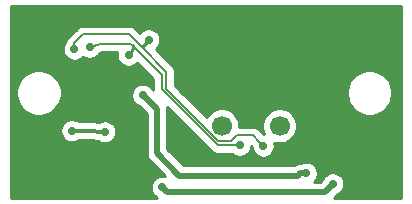
<source format=gbl>
G04 #@! TF.GenerationSoftware,KiCad,Pcbnew,5.1.9-73d0e3b20d~88~ubuntu18.04.1*
G04 #@! TF.CreationDate,2021-03-21T21:22:27-07:00*
G04 #@! TF.ProjectId,accelgyro_mpu6050_d2r2,61636365-6c67-4797-926f-5f6d70753630,rev?*
G04 #@! TF.SameCoordinates,Original*
G04 #@! TF.FileFunction,Copper,L2,Bot*
G04 #@! TF.FilePolarity,Positive*
%FSLAX46Y46*%
G04 Gerber Fmt 4.6, Leading zero omitted, Abs format (unit mm)*
G04 Created by KiCad (PCBNEW 5.1.9-73d0e3b20d~88~ubuntu18.04.1) date 2021-03-21 21:22:27*
%MOMM*%
%LPD*%
G01*
G04 APERTURE LIST*
G04 #@! TA.AperFunction,ComponentPad*
%ADD10C,0.600000*%
G04 #@! TD*
G04 #@! TA.AperFunction,SMDPad,CuDef*
%ADD11R,2.499360X2.499360*%
G04 #@! TD*
G04 #@! TA.AperFunction,WasherPad*
%ADD12C,1.700000*%
G04 #@! TD*
G04 #@! TA.AperFunction,ViaPad*
%ADD13C,0.700000*%
G04 #@! TD*
G04 #@! TA.AperFunction,Conductor*
%ADD14C,0.200000*%
G04 #@! TD*
G04 #@! TA.AperFunction,Conductor*
%ADD15C,0.250000*%
G04 #@! TD*
G04 #@! TA.AperFunction,Conductor*
%ADD16C,0.300000*%
G04 #@! TD*
G04 #@! TA.AperFunction,Conductor*
%ADD17C,0.500000*%
G04 #@! TD*
G04 #@! TA.AperFunction,Conductor*
%ADD18C,0.254000*%
G04 #@! TD*
G04 #@! TA.AperFunction,Conductor*
%ADD19C,0.150000*%
G04 #@! TD*
G04 APERTURE END LIST*
D10*
X143000000Y-100000000D03*
X143762000Y-99238000D03*
X142238000Y-99238000D03*
X143762000Y-100762000D03*
X142238000Y-100762000D03*
D11*
X143000000Y-100000000D03*
D12*
X153500000Y-102800000D03*
X158400000Y-102800000D03*
D13*
X155000000Y-104450000D03*
X142300000Y-96150000D03*
X145600000Y-96800000D03*
X157000000Y-104500000D03*
X141000000Y-96300000D03*
X147320000Y-95504000D03*
X146800000Y-100200000D03*
X143600000Y-103300000D03*
X140800000Y-103200000D03*
X160650000Y-106800000D03*
X148450000Y-108000000D03*
X162900000Y-107700000D03*
D14*
X153150000Y-104450000D02*
X155000000Y-104450000D01*
X142300000Y-96150000D02*
X143300000Y-95850000D01*
X148400000Y-98500000D02*
X148400000Y-99700000D01*
X148400000Y-99700000D02*
X153150000Y-104450000D01*
X143300000Y-95850000D02*
X145750000Y-95850000D01*
X145750000Y-95850000D02*
X145854000Y-95954000D01*
X145854000Y-95954000D02*
X148400000Y-98500000D01*
D15*
X146050000Y-96150000D02*
X145854000Y-95954000D01*
X145600000Y-96800000D02*
X146050000Y-96150000D01*
D14*
X157000000Y-104500000D02*
X156650001Y-104150001D01*
X156650001Y-104150001D02*
X156100000Y-103600000D01*
X156100000Y-103600000D02*
X154750000Y-103600000D01*
X154750000Y-103600000D02*
X154300000Y-104050000D01*
X154300000Y-104050000D02*
X153200000Y-104050000D01*
X153200000Y-104050000D02*
X148800000Y-99650000D01*
X148800000Y-99650000D02*
X148800000Y-98200000D01*
X145650000Y-95050000D02*
X141750000Y-95050000D01*
X141750000Y-95050000D02*
X141000000Y-95800000D01*
X141000000Y-95800000D02*
X141000000Y-96300000D01*
X148800000Y-98200000D02*
X146712000Y-96112000D01*
D15*
X147320000Y-95504000D02*
X146712000Y-96112000D01*
D14*
X146712000Y-96112000D02*
X145650000Y-95050000D01*
D16*
X142900000Y-103300000D02*
X143600000Y-103300000D01*
X142800000Y-103200000D02*
X142900000Y-103300000D01*
X140800000Y-103200000D02*
X142800000Y-103200000D01*
D17*
X160155026Y-106800000D02*
X159955026Y-107000000D01*
X160650000Y-106800000D02*
X160155026Y-106800000D01*
X159955026Y-107000000D02*
X149900000Y-107000000D01*
X149900000Y-107000000D02*
X148000000Y-105100000D01*
X148000000Y-101400000D02*
X146800000Y-100200000D01*
X148000000Y-105100000D02*
X148000000Y-101400000D01*
X148450000Y-108000000D02*
X148850000Y-108400000D01*
X148850000Y-108400000D02*
X162200000Y-108400000D01*
X162200000Y-108400000D02*
X162900000Y-107700000D01*
D18*
X168673000Y-108873000D02*
X162967265Y-108873000D01*
X163212005Y-108628260D01*
X163362783Y-108565806D01*
X163522801Y-108458885D01*
X163658885Y-108322801D01*
X163765806Y-108162783D01*
X163839454Y-107984980D01*
X163877000Y-107796226D01*
X163877000Y-107603774D01*
X163839454Y-107415020D01*
X163765806Y-107237217D01*
X163658885Y-107077199D01*
X163522801Y-106941115D01*
X163362783Y-106834194D01*
X163184980Y-106760546D01*
X162996226Y-106723000D01*
X162803774Y-106723000D01*
X162615020Y-106760546D01*
X162437217Y-106834194D01*
X162277199Y-106941115D01*
X162141115Y-107077199D01*
X162034194Y-107237217D01*
X161971740Y-107387995D01*
X161836735Y-107523000D01*
X161308686Y-107523000D01*
X161408885Y-107422801D01*
X161515806Y-107262783D01*
X161589454Y-107084980D01*
X161627000Y-106896226D01*
X161627000Y-106703774D01*
X161589454Y-106515020D01*
X161515806Y-106337217D01*
X161408885Y-106177199D01*
X161272801Y-106041115D01*
X161112783Y-105934194D01*
X160934980Y-105860546D01*
X160746226Y-105823000D01*
X160553774Y-105823000D01*
X160365020Y-105860546D01*
X160214242Y-105923000D01*
X160198105Y-105923000D01*
X160155026Y-105918757D01*
X159983103Y-105935690D01*
X159817789Y-105985838D01*
X159665434Y-106067273D01*
X159597530Y-106123000D01*
X150263266Y-106123000D01*
X148877000Y-104736735D01*
X148877000Y-101443069D01*
X148881242Y-101399999D01*
X148877000Y-101356930D01*
X148877000Y-101356921D01*
X148864310Y-101228078D01*
X148848793Y-101176925D01*
X152610679Y-104938812D01*
X152633446Y-104966554D01*
X152744147Y-105057403D01*
X152870443Y-105124910D01*
X153007483Y-105166480D01*
X153114292Y-105177000D01*
X153114294Y-105177000D01*
X153149999Y-105180517D01*
X153185705Y-105177000D01*
X154345314Y-105177000D01*
X154377199Y-105208885D01*
X154537217Y-105315806D01*
X154715020Y-105389454D01*
X154903774Y-105427000D01*
X155096226Y-105427000D01*
X155284980Y-105389454D01*
X155462783Y-105315806D01*
X155622801Y-105208885D01*
X155758885Y-105072801D01*
X155865806Y-104912783D01*
X155939454Y-104734980D01*
X155977000Y-104546226D01*
X155977000Y-104505133D01*
X156023000Y-104551134D01*
X156023000Y-104596226D01*
X156060546Y-104784980D01*
X156134194Y-104962783D01*
X156241115Y-105122801D01*
X156377199Y-105258885D01*
X156537217Y-105365806D01*
X156715020Y-105439454D01*
X156903774Y-105477000D01*
X157096226Y-105477000D01*
X157284980Y-105439454D01*
X157462783Y-105365806D01*
X157622801Y-105258885D01*
X157758885Y-105122801D01*
X157865806Y-104962783D01*
X157939454Y-104784980D01*
X157977000Y-104596226D01*
X157977000Y-104403774D01*
X157939454Y-104215020D01*
X157935909Y-104206461D01*
X157969175Y-104220240D01*
X158254528Y-104277000D01*
X158545472Y-104277000D01*
X158830825Y-104220240D01*
X159099622Y-104108901D01*
X159341533Y-103947261D01*
X159547261Y-103741533D01*
X159708901Y-103499622D01*
X159820240Y-103230825D01*
X159877000Y-102945472D01*
X159877000Y-102654528D01*
X159820240Y-102369175D01*
X159708901Y-102100378D01*
X159547261Y-101858467D01*
X159341533Y-101652739D01*
X159099622Y-101491099D01*
X158830825Y-101379760D01*
X158545472Y-101323000D01*
X158254528Y-101323000D01*
X157969175Y-101379760D01*
X157700378Y-101491099D01*
X157458467Y-101652739D01*
X157252739Y-101858467D01*
X157091099Y-102100378D01*
X156979760Y-102369175D01*
X156923000Y-102654528D01*
X156923000Y-102945472D01*
X156979760Y-103230825D01*
X157091099Y-103499622D01*
X157108328Y-103525407D01*
X157096226Y-103523000D01*
X157051134Y-103523000D01*
X156639325Y-103111193D01*
X156616554Y-103083446D01*
X156505853Y-102992597D01*
X156379557Y-102925090D01*
X156242517Y-102883520D01*
X156135708Y-102873000D01*
X156100000Y-102869483D01*
X156064292Y-102873000D01*
X154977000Y-102873000D01*
X154977000Y-102654528D01*
X154920240Y-102369175D01*
X154808901Y-102100378D01*
X154647261Y-101858467D01*
X154441533Y-101652739D01*
X154199622Y-101491099D01*
X153930825Y-101379760D01*
X153645472Y-101323000D01*
X153354528Y-101323000D01*
X153069175Y-101379760D01*
X152800378Y-101491099D01*
X152558467Y-101652739D01*
X152352739Y-101858467D01*
X152226111Y-102047978D01*
X149988340Y-99810207D01*
X164073000Y-99810207D01*
X164073000Y-100189793D01*
X164147053Y-100562085D01*
X164292315Y-100912777D01*
X164503201Y-101228391D01*
X164771609Y-101496799D01*
X165087223Y-101707685D01*
X165437915Y-101852947D01*
X165810207Y-101927000D01*
X166189793Y-101927000D01*
X166562085Y-101852947D01*
X166912777Y-101707685D01*
X167228391Y-101496799D01*
X167496799Y-101228391D01*
X167707685Y-100912777D01*
X167852947Y-100562085D01*
X167927000Y-100189793D01*
X167927000Y-99810207D01*
X167852947Y-99437915D01*
X167707685Y-99087223D01*
X167496799Y-98771609D01*
X167228391Y-98503201D01*
X166912777Y-98292315D01*
X166562085Y-98147053D01*
X166189793Y-98073000D01*
X165810207Y-98073000D01*
X165437915Y-98147053D01*
X165087223Y-98292315D01*
X164771609Y-98503201D01*
X164503201Y-98771609D01*
X164292315Y-99087223D01*
X164147053Y-99437915D01*
X164073000Y-99810207D01*
X149988340Y-99810207D01*
X149527000Y-99348868D01*
X149527000Y-98235708D01*
X149530517Y-98200000D01*
X149516480Y-98057482D01*
X149474910Y-97920443D01*
X149407402Y-97794146D01*
X149339316Y-97711182D01*
X149316554Y-97683446D01*
X149288817Y-97660683D01*
X147911759Y-96283627D01*
X147942801Y-96262885D01*
X148078885Y-96126801D01*
X148185806Y-95966783D01*
X148259454Y-95788980D01*
X148297000Y-95600226D01*
X148297000Y-95407774D01*
X148259454Y-95219020D01*
X148185806Y-95041217D01*
X148078885Y-94881199D01*
X147942801Y-94745115D01*
X147782783Y-94638194D01*
X147604980Y-94564546D01*
X147416226Y-94527000D01*
X147223774Y-94527000D01*
X147035020Y-94564546D01*
X146857217Y-94638194D01*
X146697199Y-94745115D01*
X146561115Y-94881199D01*
X146540373Y-94912241D01*
X146189325Y-94561193D01*
X146166554Y-94533446D01*
X146055853Y-94442597D01*
X145929557Y-94375090D01*
X145792517Y-94333520D01*
X145685708Y-94323000D01*
X145650000Y-94319483D01*
X145614292Y-94323000D01*
X141785707Y-94323000D01*
X141749999Y-94319483D01*
X141607482Y-94333520D01*
X141575587Y-94343195D01*
X141470443Y-94375090D01*
X141344147Y-94442597D01*
X141233446Y-94533446D01*
X141210679Y-94561189D01*
X140511189Y-95260679D01*
X140483446Y-95283447D01*
X140392597Y-95394148D01*
X140354628Y-95465183D01*
X140325090Y-95520444D01*
X140293399Y-95624915D01*
X140241115Y-95677199D01*
X140134194Y-95837217D01*
X140060546Y-96015020D01*
X140023000Y-96203774D01*
X140023000Y-96396226D01*
X140060546Y-96584980D01*
X140134194Y-96762783D01*
X140241115Y-96922801D01*
X140377199Y-97058885D01*
X140537217Y-97165806D01*
X140715020Y-97239454D01*
X140903774Y-97277000D01*
X141096226Y-97277000D01*
X141284980Y-97239454D01*
X141462783Y-97165806D01*
X141622801Y-97058885D01*
X141734508Y-96947178D01*
X141837217Y-97015806D01*
X142015020Y-97089454D01*
X142203774Y-97127000D01*
X142396226Y-97127000D01*
X142584980Y-97089454D01*
X142762783Y-97015806D01*
X142922801Y-96908885D01*
X143058885Y-96772801D01*
X143135316Y-96658415D01*
X143406698Y-96577000D01*
X144648217Y-96577000D01*
X144623000Y-96703774D01*
X144623000Y-96896226D01*
X144660546Y-97084980D01*
X144734194Y-97262783D01*
X144841115Y-97422801D01*
X144977199Y-97558885D01*
X145137217Y-97665806D01*
X145315020Y-97739454D01*
X145503774Y-97777000D01*
X145696226Y-97777000D01*
X145884980Y-97739454D01*
X146062783Y-97665806D01*
X146222801Y-97558885D01*
X146326777Y-97454909D01*
X147673000Y-98801134D01*
X147673001Y-99664282D01*
X147669483Y-99700000D01*
X147675439Y-99760474D01*
X147665806Y-99737217D01*
X147558885Y-99577199D01*
X147422801Y-99441115D01*
X147262783Y-99334194D01*
X147084980Y-99260546D01*
X146896226Y-99223000D01*
X146703774Y-99223000D01*
X146515020Y-99260546D01*
X146337217Y-99334194D01*
X146177199Y-99441115D01*
X146041115Y-99577199D01*
X145934194Y-99737217D01*
X145860546Y-99915020D01*
X145823000Y-100103774D01*
X145823000Y-100296226D01*
X145860546Y-100484980D01*
X145934194Y-100662783D01*
X146041115Y-100822801D01*
X146177199Y-100958885D01*
X146337217Y-101065806D01*
X146487995Y-101128260D01*
X147123001Y-101763266D01*
X147123000Y-105056920D01*
X147118757Y-105100000D01*
X147123000Y-105143078D01*
X147135690Y-105271921D01*
X147185838Y-105437236D01*
X147267273Y-105589591D01*
X147376867Y-105723133D01*
X147410332Y-105750597D01*
X148716630Y-107056896D01*
X148546226Y-107023000D01*
X148353774Y-107023000D01*
X148165020Y-107060546D01*
X147987217Y-107134194D01*
X147827199Y-107241115D01*
X147691115Y-107377199D01*
X147584194Y-107537217D01*
X147510546Y-107715020D01*
X147473000Y-107903774D01*
X147473000Y-108096226D01*
X147510546Y-108284980D01*
X147584194Y-108462783D01*
X147691115Y-108622801D01*
X147827199Y-108758885D01*
X147987217Y-108865806D01*
X148004585Y-108873000D01*
X135677000Y-108873000D01*
X135677000Y-103103774D01*
X139823000Y-103103774D01*
X139823000Y-103296226D01*
X139860546Y-103484980D01*
X139934194Y-103662783D01*
X140041115Y-103822801D01*
X140177199Y-103958885D01*
X140337217Y-104065806D01*
X140515020Y-104139454D01*
X140703774Y-104177000D01*
X140896226Y-104177000D01*
X141084980Y-104139454D01*
X141262783Y-104065806D01*
X141395690Y-103977000D01*
X142518287Y-103977000D01*
X142601216Y-104021327D01*
X142747681Y-104065757D01*
X142861834Y-104077000D01*
X142861844Y-104077000D01*
X142899999Y-104080758D01*
X142938155Y-104077000D01*
X143004310Y-104077000D01*
X143137217Y-104165806D01*
X143315020Y-104239454D01*
X143503774Y-104277000D01*
X143696226Y-104277000D01*
X143884980Y-104239454D01*
X144062783Y-104165806D01*
X144222801Y-104058885D01*
X144358885Y-103922801D01*
X144465806Y-103762783D01*
X144539454Y-103584980D01*
X144577000Y-103396226D01*
X144577000Y-103203774D01*
X144539454Y-103015020D01*
X144465806Y-102837217D01*
X144358885Y-102677199D01*
X144222801Y-102541115D01*
X144062783Y-102434194D01*
X143884980Y-102360546D01*
X143696226Y-102323000D01*
X143503774Y-102323000D01*
X143315020Y-102360546D01*
X143137217Y-102434194D01*
X143079434Y-102472803D01*
X142952319Y-102434243D01*
X142838166Y-102423000D01*
X142838163Y-102423000D01*
X142800000Y-102419241D01*
X142761837Y-102423000D01*
X141395690Y-102423000D01*
X141262783Y-102334194D01*
X141084980Y-102260546D01*
X140896226Y-102223000D01*
X140703774Y-102223000D01*
X140515020Y-102260546D01*
X140337217Y-102334194D01*
X140177199Y-102441115D01*
X140041115Y-102577199D01*
X139934194Y-102737217D01*
X139860546Y-102915020D01*
X139823000Y-103103774D01*
X135677000Y-103103774D01*
X135677000Y-99810207D01*
X136073000Y-99810207D01*
X136073000Y-100189793D01*
X136147053Y-100562085D01*
X136292315Y-100912777D01*
X136503201Y-101228391D01*
X136771609Y-101496799D01*
X137087223Y-101707685D01*
X137437915Y-101852947D01*
X137810207Y-101927000D01*
X138189793Y-101927000D01*
X138562085Y-101852947D01*
X138912777Y-101707685D01*
X139228391Y-101496799D01*
X139496799Y-101228391D01*
X139707685Y-100912777D01*
X139852947Y-100562085D01*
X139927000Y-100189793D01*
X139927000Y-99810207D01*
X139852947Y-99437915D01*
X139707685Y-99087223D01*
X139496799Y-98771609D01*
X139228391Y-98503201D01*
X138912777Y-98292315D01*
X138562085Y-98147053D01*
X138189793Y-98073000D01*
X137810207Y-98073000D01*
X137437915Y-98147053D01*
X137087223Y-98292315D01*
X136771609Y-98503201D01*
X136503201Y-98771609D01*
X136292315Y-99087223D01*
X136147053Y-99437915D01*
X136073000Y-99810207D01*
X135677000Y-99810207D01*
X135677000Y-92677000D01*
X168673000Y-92677000D01*
X168673000Y-108873000D01*
G04 #@! TA.AperFunction,Conductor*
D19*
G36*
X168673000Y-108873000D02*
G01*
X162967265Y-108873000D01*
X163212005Y-108628260D01*
X163362783Y-108565806D01*
X163522801Y-108458885D01*
X163658885Y-108322801D01*
X163765806Y-108162783D01*
X163839454Y-107984980D01*
X163877000Y-107796226D01*
X163877000Y-107603774D01*
X163839454Y-107415020D01*
X163765806Y-107237217D01*
X163658885Y-107077199D01*
X163522801Y-106941115D01*
X163362783Y-106834194D01*
X163184980Y-106760546D01*
X162996226Y-106723000D01*
X162803774Y-106723000D01*
X162615020Y-106760546D01*
X162437217Y-106834194D01*
X162277199Y-106941115D01*
X162141115Y-107077199D01*
X162034194Y-107237217D01*
X161971740Y-107387995D01*
X161836735Y-107523000D01*
X161308686Y-107523000D01*
X161408885Y-107422801D01*
X161515806Y-107262783D01*
X161589454Y-107084980D01*
X161627000Y-106896226D01*
X161627000Y-106703774D01*
X161589454Y-106515020D01*
X161515806Y-106337217D01*
X161408885Y-106177199D01*
X161272801Y-106041115D01*
X161112783Y-105934194D01*
X160934980Y-105860546D01*
X160746226Y-105823000D01*
X160553774Y-105823000D01*
X160365020Y-105860546D01*
X160214242Y-105923000D01*
X160198105Y-105923000D01*
X160155026Y-105918757D01*
X159983103Y-105935690D01*
X159817789Y-105985838D01*
X159665434Y-106067273D01*
X159597530Y-106123000D01*
X150263266Y-106123000D01*
X148877000Y-104736735D01*
X148877000Y-101443069D01*
X148881242Y-101399999D01*
X148877000Y-101356930D01*
X148877000Y-101356921D01*
X148864310Y-101228078D01*
X148848793Y-101176925D01*
X152610679Y-104938812D01*
X152633446Y-104966554D01*
X152744147Y-105057403D01*
X152870443Y-105124910D01*
X153007483Y-105166480D01*
X153114292Y-105177000D01*
X153114294Y-105177000D01*
X153149999Y-105180517D01*
X153185705Y-105177000D01*
X154345314Y-105177000D01*
X154377199Y-105208885D01*
X154537217Y-105315806D01*
X154715020Y-105389454D01*
X154903774Y-105427000D01*
X155096226Y-105427000D01*
X155284980Y-105389454D01*
X155462783Y-105315806D01*
X155622801Y-105208885D01*
X155758885Y-105072801D01*
X155865806Y-104912783D01*
X155939454Y-104734980D01*
X155977000Y-104546226D01*
X155977000Y-104505133D01*
X156023000Y-104551134D01*
X156023000Y-104596226D01*
X156060546Y-104784980D01*
X156134194Y-104962783D01*
X156241115Y-105122801D01*
X156377199Y-105258885D01*
X156537217Y-105365806D01*
X156715020Y-105439454D01*
X156903774Y-105477000D01*
X157096226Y-105477000D01*
X157284980Y-105439454D01*
X157462783Y-105365806D01*
X157622801Y-105258885D01*
X157758885Y-105122801D01*
X157865806Y-104962783D01*
X157939454Y-104784980D01*
X157977000Y-104596226D01*
X157977000Y-104403774D01*
X157939454Y-104215020D01*
X157935909Y-104206461D01*
X157969175Y-104220240D01*
X158254528Y-104277000D01*
X158545472Y-104277000D01*
X158830825Y-104220240D01*
X159099622Y-104108901D01*
X159341533Y-103947261D01*
X159547261Y-103741533D01*
X159708901Y-103499622D01*
X159820240Y-103230825D01*
X159877000Y-102945472D01*
X159877000Y-102654528D01*
X159820240Y-102369175D01*
X159708901Y-102100378D01*
X159547261Y-101858467D01*
X159341533Y-101652739D01*
X159099622Y-101491099D01*
X158830825Y-101379760D01*
X158545472Y-101323000D01*
X158254528Y-101323000D01*
X157969175Y-101379760D01*
X157700378Y-101491099D01*
X157458467Y-101652739D01*
X157252739Y-101858467D01*
X157091099Y-102100378D01*
X156979760Y-102369175D01*
X156923000Y-102654528D01*
X156923000Y-102945472D01*
X156979760Y-103230825D01*
X157091099Y-103499622D01*
X157108328Y-103525407D01*
X157096226Y-103523000D01*
X157051134Y-103523000D01*
X156639325Y-103111193D01*
X156616554Y-103083446D01*
X156505853Y-102992597D01*
X156379557Y-102925090D01*
X156242517Y-102883520D01*
X156135708Y-102873000D01*
X156100000Y-102869483D01*
X156064292Y-102873000D01*
X154977000Y-102873000D01*
X154977000Y-102654528D01*
X154920240Y-102369175D01*
X154808901Y-102100378D01*
X154647261Y-101858467D01*
X154441533Y-101652739D01*
X154199622Y-101491099D01*
X153930825Y-101379760D01*
X153645472Y-101323000D01*
X153354528Y-101323000D01*
X153069175Y-101379760D01*
X152800378Y-101491099D01*
X152558467Y-101652739D01*
X152352739Y-101858467D01*
X152226111Y-102047978D01*
X149988340Y-99810207D01*
X164073000Y-99810207D01*
X164073000Y-100189793D01*
X164147053Y-100562085D01*
X164292315Y-100912777D01*
X164503201Y-101228391D01*
X164771609Y-101496799D01*
X165087223Y-101707685D01*
X165437915Y-101852947D01*
X165810207Y-101927000D01*
X166189793Y-101927000D01*
X166562085Y-101852947D01*
X166912777Y-101707685D01*
X167228391Y-101496799D01*
X167496799Y-101228391D01*
X167707685Y-100912777D01*
X167852947Y-100562085D01*
X167927000Y-100189793D01*
X167927000Y-99810207D01*
X167852947Y-99437915D01*
X167707685Y-99087223D01*
X167496799Y-98771609D01*
X167228391Y-98503201D01*
X166912777Y-98292315D01*
X166562085Y-98147053D01*
X166189793Y-98073000D01*
X165810207Y-98073000D01*
X165437915Y-98147053D01*
X165087223Y-98292315D01*
X164771609Y-98503201D01*
X164503201Y-98771609D01*
X164292315Y-99087223D01*
X164147053Y-99437915D01*
X164073000Y-99810207D01*
X149988340Y-99810207D01*
X149527000Y-99348868D01*
X149527000Y-98235708D01*
X149530517Y-98200000D01*
X149516480Y-98057482D01*
X149474910Y-97920443D01*
X149407402Y-97794146D01*
X149339316Y-97711182D01*
X149316554Y-97683446D01*
X149288817Y-97660683D01*
X147911759Y-96283627D01*
X147942801Y-96262885D01*
X148078885Y-96126801D01*
X148185806Y-95966783D01*
X148259454Y-95788980D01*
X148297000Y-95600226D01*
X148297000Y-95407774D01*
X148259454Y-95219020D01*
X148185806Y-95041217D01*
X148078885Y-94881199D01*
X147942801Y-94745115D01*
X147782783Y-94638194D01*
X147604980Y-94564546D01*
X147416226Y-94527000D01*
X147223774Y-94527000D01*
X147035020Y-94564546D01*
X146857217Y-94638194D01*
X146697199Y-94745115D01*
X146561115Y-94881199D01*
X146540373Y-94912241D01*
X146189325Y-94561193D01*
X146166554Y-94533446D01*
X146055853Y-94442597D01*
X145929557Y-94375090D01*
X145792517Y-94333520D01*
X145685708Y-94323000D01*
X145650000Y-94319483D01*
X145614292Y-94323000D01*
X141785707Y-94323000D01*
X141749999Y-94319483D01*
X141607482Y-94333520D01*
X141575587Y-94343195D01*
X141470443Y-94375090D01*
X141344147Y-94442597D01*
X141233446Y-94533446D01*
X141210679Y-94561189D01*
X140511189Y-95260679D01*
X140483446Y-95283447D01*
X140392597Y-95394148D01*
X140354628Y-95465183D01*
X140325090Y-95520444D01*
X140293399Y-95624915D01*
X140241115Y-95677199D01*
X140134194Y-95837217D01*
X140060546Y-96015020D01*
X140023000Y-96203774D01*
X140023000Y-96396226D01*
X140060546Y-96584980D01*
X140134194Y-96762783D01*
X140241115Y-96922801D01*
X140377199Y-97058885D01*
X140537217Y-97165806D01*
X140715020Y-97239454D01*
X140903774Y-97277000D01*
X141096226Y-97277000D01*
X141284980Y-97239454D01*
X141462783Y-97165806D01*
X141622801Y-97058885D01*
X141734508Y-96947178D01*
X141837217Y-97015806D01*
X142015020Y-97089454D01*
X142203774Y-97127000D01*
X142396226Y-97127000D01*
X142584980Y-97089454D01*
X142762783Y-97015806D01*
X142922801Y-96908885D01*
X143058885Y-96772801D01*
X143135316Y-96658415D01*
X143406698Y-96577000D01*
X144648217Y-96577000D01*
X144623000Y-96703774D01*
X144623000Y-96896226D01*
X144660546Y-97084980D01*
X144734194Y-97262783D01*
X144841115Y-97422801D01*
X144977199Y-97558885D01*
X145137217Y-97665806D01*
X145315020Y-97739454D01*
X145503774Y-97777000D01*
X145696226Y-97777000D01*
X145884980Y-97739454D01*
X146062783Y-97665806D01*
X146222801Y-97558885D01*
X146326777Y-97454909D01*
X147673000Y-98801134D01*
X147673001Y-99664282D01*
X147669483Y-99700000D01*
X147675439Y-99760474D01*
X147665806Y-99737217D01*
X147558885Y-99577199D01*
X147422801Y-99441115D01*
X147262783Y-99334194D01*
X147084980Y-99260546D01*
X146896226Y-99223000D01*
X146703774Y-99223000D01*
X146515020Y-99260546D01*
X146337217Y-99334194D01*
X146177199Y-99441115D01*
X146041115Y-99577199D01*
X145934194Y-99737217D01*
X145860546Y-99915020D01*
X145823000Y-100103774D01*
X145823000Y-100296226D01*
X145860546Y-100484980D01*
X145934194Y-100662783D01*
X146041115Y-100822801D01*
X146177199Y-100958885D01*
X146337217Y-101065806D01*
X146487995Y-101128260D01*
X147123001Y-101763266D01*
X147123000Y-105056920D01*
X147118757Y-105100000D01*
X147123000Y-105143078D01*
X147135690Y-105271921D01*
X147185838Y-105437236D01*
X147267273Y-105589591D01*
X147376867Y-105723133D01*
X147410332Y-105750597D01*
X148716630Y-107056896D01*
X148546226Y-107023000D01*
X148353774Y-107023000D01*
X148165020Y-107060546D01*
X147987217Y-107134194D01*
X147827199Y-107241115D01*
X147691115Y-107377199D01*
X147584194Y-107537217D01*
X147510546Y-107715020D01*
X147473000Y-107903774D01*
X147473000Y-108096226D01*
X147510546Y-108284980D01*
X147584194Y-108462783D01*
X147691115Y-108622801D01*
X147827199Y-108758885D01*
X147987217Y-108865806D01*
X148004585Y-108873000D01*
X135677000Y-108873000D01*
X135677000Y-103103774D01*
X139823000Y-103103774D01*
X139823000Y-103296226D01*
X139860546Y-103484980D01*
X139934194Y-103662783D01*
X140041115Y-103822801D01*
X140177199Y-103958885D01*
X140337217Y-104065806D01*
X140515020Y-104139454D01*
X140703774Y-104177000D01*
X140896226Y-104177000D01*
X141084980Y-104139454D01*
X141262783Y-104065806D01*
X141395690Y-103977000D01*
X142518287Y-103977000D01*
X142601216Y-104021327D01*
X142747681Y-104065757D01*
X142861834Y-104077000D01*
X142861844Y-104077000D01*
X142899999Y-104080758D01*
X142938155Y-104077000D01*
X143004310Y-104077000D01*
X143137217Y-104165806D01*
X143315020Y-104239454D01*
X143503774Y-104277000D01*
X143696226Y-104277000D01*
X143884980Y-104239454D01*
X144062783Y-104165806D01*
X144222801Y-104058885D01*
X144358885Y-103922801D01*
X144465806Y-103762783D01*
X144539454Y-103584980D01*
X144577000Y-103396226D01*
X144577000Y-103203774D01*
X144539454Y-103015020D01*
X144465806Y-102837217D01*
X144358885Y-102677199D01*
X144222801Y-102541115D01*
X144062783Y-102434194D01*
X143884980Y-102360546D01*
X143696226Y-102323000D01*
X143503774Y-102323000D01*
X143315020Y-102360546D01*
X143137217Y-102434194D01*
X143079434Y-102472803D01*
X142952319Y-102434243D01*
X142838166Y-102423000D01*
X142838163Y-102423000D01*
X142800000Y-102419241D01*
X142761837Y-102423000D01*
X141395690Y-102423000D01*
X141262783Y-102334194D01*
X141084980Y-102260546D01*
X140896226Y-102223000D01*
X140703774Y-102223000D01*
X140515020Y-102260546D01*
X140337217Y-102334194D01*
X140177199Y-102441115D01*
X140041115Y-102577199D01*
X139934194Y-102737217D01*
X139860546Y-102915020D01*
X139823000Y-103103774D01*
X135677000Y-103103774D01*
X135677000Y-99810207D01*
X136073000Y-99810207D01*
X136073000Y-100189793D01*
X136147053Y-100562085D01*
X136292315Y-100912777D01*
X136503201Y-101228391D01*
X136771609Y-101496799D01*
X137087223Y-101707685D01*
X137437915Y-101852947D01*
X137810207Y-101927000D01*
X138189793Y-101927000D01*
X138562085Y-101852947D01*
X138912777Y-101707685D01*
X139228391Y-101496799D01*
X139496799Y-101228391D01*
X139707685Y-100912777D01*
X139852947Y-100562085D01*
X139927000Y-100189793D01*
X139927000Y-99810207D01*
X139852947Y-99437915D01*
X139707685Y-99087223D01*
X139496799Y-98771609D01*
X139228391Y-98503201D01*
X138912777Y-98292315D01*
X138562085Y-98147053D01*
X138189793Y-98073000D01*
X137810207Y-98073000D01*
X137437915Y-98147053D01*
X137087223Y-98292315D01*
X136771609Y-98503201D01*
X136503201Y-98771609D01*
X136292315Y-99087223D01*
X136147053Y-99437915D01*
X136073000Y-99810207D01*
X135677000Y-99810207D01*
X135677000Y-92677000D01*
X168673000Y-92677000D01*
X168673000Y-108873000D01*
G37*
G04 #@! TD.AperFunction*
M02*

</source>
